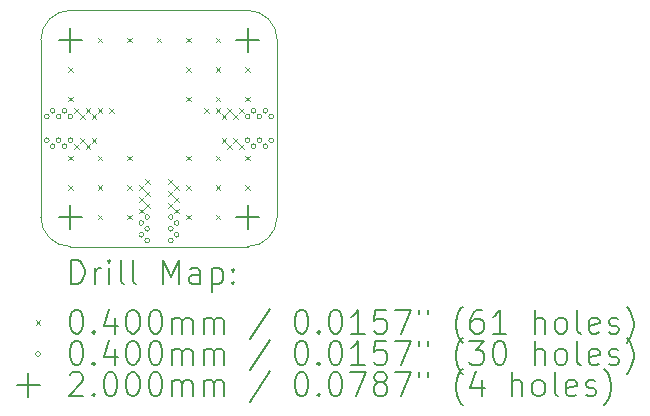
<source format=gbr>
%TF.GenerationSoftware,KiCad,Pcbnew,7.0.5+dfsg-2*%
%TF.CreationDate,2023-08-19T10:49:19+02:00*%
%TF.ProjectId,023-lumped-wilkinson-splitter,3032332d-6c75-46d7-9065-642d77696c6b,1*%
%TF.SameCoordinates,Original*%
%TF.FileFunction,Drillmap*%
%TF.FilePolarity,Positive*%
%FSLAX45Y45*%
G04 Gerber Fmt 4.5, Leading zero omitted, Abs format (unit mm)*
G04 Created by KiCad (PCBNEW 7.0.5+dfsg-2) date 2023-08-19 10:49:19*
%MOMM*%
%LPD*%
G01*
G04 APERTURE LIST*
%ADD10C,0.100000*%
%ADD11C,0.200000*%
%ADD12C,0.040000*%
G04 APERTURE END LIST*
D10*
X13750000Y-8500000D02*
G75*
G03*
X14000000Y-8750000I250000J0D01*
G01*
X15500000Y-8750000D02*
X14000000Y-8750000D01*
X14000000Y-6750000D02*
X15500000Y-6750000D01*
X15750000Y-7000000D02*
X15750000Y-8500000D01*
X13750000Y-8500000D02*
X13750000Y-7000000D01*
X15500000Y-8750000D02*
G75*
G03*
X15750000Y-8500000I0J250000D01*
G01*
X15750000Y-7000000D02*
G75*
G03*
X15500000Y-6750000I-250000J0D01*
G01*
X14000000Y-6750000D02*
G75*
G03*
X13750000Y-7000000I0J-250000D01*
G01*
D11*
D12*
X13980000Y-7230000D02*
X14020000Y-7270000D01*
X14020000Y-7230000D02*
X13980000Y-7270000D01*
X13980000Y-7480000D02*
X14020000Y-7520000D01*
X14020000Y-7480000D02*
X13980000Y-7520000D01*
X13980000Y-7980000D02*
X14020000Y-8020000D01*
X14020000Y-7980000D02*
X13980000Y-8020000D01*
X13980000Y-8230000D02*
X14020000Y-8270000D01*
X14020000Y-8230000D02*
X13980000Y-8270000D01*
X14030000Y-7580000D02*
X14070000Y-7620000D01*
X14070000Y-7580000D02*
X14030000Y-7620000D01*
X14030000Y-7880000D02*
X14070000Y-7920000D01*
X14070000Y-7880000D02*
X14030000Y-7920000D01*
X14080000Y-7630000D02*
X14120000Y-7670000D01*
X14120000Y-7630000D02*
X14080000Y-7670000D01*
X14080000Y-7830000D02*
X14120000Y-7870000D01*
X14120000Y-7830000D02*
X14080000Y-7870000D01*
X14130000Y-7580000D02*
X14170000Y-7620000D01*
X14170000Y-7580000D02*
X14130000Y-7620000D01*
X14130000Y-7880000D02*
X14170000Y-7920000D01*
X14170000Y-7880000D02*
X14130000Y-7920000D01*
X14180000Y-7630000D02*
X14220000Y-7670000D01*
X14220000Y-7630000D02*
X14180000Y-7670000D01*
X14180000Y-7830000D02*
X14220000Y-7870000D01*
X14220000Y-7830000D02*
X14180000Y-7870000D01*
X14230000Y-6980000D02*
X14270000Y-7020000D01*
X14270000Y-6980000D02*
X14230000Y-7020000D01*
X14230000Y-7580000D02*
X14270000Y-7620000D01*
X14270000Y-7580000D02*
X14230000Y-7620000D01*
X14230000Y-7980000D02*
X14270000Y-8020000D01*
X14270000Y-7980000D02*
X14230000Y-8020000D01*
X14230000Y-8230000D02*
X14270000Y-8270000D01*
X14270000Y-8230000D02*
X14230000Y-8270000D01*
X14230000Y-8480000D02*
X14270000Y-8520000D01*
X14270000Y-8480000D02*
X14230000Y-8520000D01*
X14330000Y-7580000D02*
X14370000Y-7620000D01*
X14370000Y-7580000D02*
X14330000Y-7620000D01*
X14480000Y-6980000D02*
X14520000Y-7020000D01*
X14520000Y-6980000D02*
X14480000Y-7020000D01*
X14480000Y-7980000D02*
X14520000Y-8020000D01*
X14520000Y-7980000D02*
X14480000Y-8020000D01*
X14480000Y-8230000D02*
X14520000Y-8270000D01*
X14520000Y-8230000D02*
X14480000Y-8270000D01*
X14480000Y-8480000D02*
X14520000Y-8520000D01*
X14520000Y-8480000D02*
X14480000Y-8520000D01*
X14580000Y-8230000D02*
X14620000Y-8270000D01*
X14620000Y-8230000D02*
X14580000Y-8270000D01*
X14580000Y-8330000D02*
X14620000Y-8370000D01*
X14620000Y-8330000D02*
X14580000Y-8370000D01*
X14580000Y-8430000D02*
X14620000Y-8470000D01*
X14620000Y-8430000D02*
X14580000Y-8470000D01*
X14630000Y-8180000D02*
X14670000Y-8220000D01*
X14670000Y-8180000D02*
X14630000Y-8220000D01*
X14630000Y-8280000D02*
X14670000Y-8320000D01*
X14670000Y-8280000D02*
X14630000Y-8320000D01*
X14630000Y-8380000D02*
X14670000Y-8420000D01*
X14670000Y-8380000D02*
X14630000Y-8420000D01*
X14730000Y-6980000D02*
X14770000Y-7020000D01*
X14770000Y-6980000D02*
X14730000Y-7020000D01*
X14830000Y-8180000D02*
X14870000Y-8220000D01*
X14870000Y-8180000D02*
X14830000Y-8220000D01*
X14830000Y-8280000D02*
X14870000Y-8320000D01*
X14870000Y-8280000D02*
X14830000Y-8320000D01*
X14830000Y-8380000D02*
X14870000Y-8420000D01*
X14870000Y-8380000D02*
X14830000Y-8420000D01*
X14880000Y-8230000D02*
X14920000Y-8270000D01*
X14920000Y-8230000D02*
X14880000Y-8270000D01*
X14880000Y-8330000D02*
X14920000Y-8370000D01*
X14920000Y-8330000D02*
X14880000Y-8370000D01*
X14880000Y-8430000D02*
X14920000Y-8470000D01*
X14920000Y-8430000D02*
X14880000Y-8470000D01*
X14980000Y-6980000D02*
X15020000Y-7020000D01*
X15020000Y-6980000D02*
X14980000Y-7020000D01*
X14980000Y-7230000D02*
X15020000Y-7270000D01*
X15020000Y-7230000D02*
X14980000Y-7270000D01*
X14980000Y-7480000D02*
X15020000Y-7520000D01*
X15020000Y-7480000D02*
X14980000Y-7520000D01*
X14980000Y-7980000D02*
X15020000Y-8020000D01*
X15020000Y-7980000D02*
X14980000Y-8020000D01*
X14980000Y-8230000D02*
X15020000Y-8270000D01*
X15020000Y-8230000D02*
X14980000Y-8270000D01*
X14980000Y-8480000D02*
X15020000Y-8520000D01*
X15020000Y-8480000D02*
X14980000Y-8520000D01*
X15130000Y-7580000D02*
X15170000Y-7620000D01*
X15170000Y-7580000D02*
X15130000Y-7620000D01*
X15230000Y-6980000D02*
X15270000Y-7020000D01*
X15270000Y-6980000D02*
X15230000Y-7020000D01*
X15230000Y-7230000D02*
X15270000Y-7270000D01*
X15270000Y-7230000D02*
X15230000Y-7270000D01*
X15230000Y-7480000D02*
X15270000Y-7520000D01*
X15270000Y-7480000D02*
X15230000Y-7520000D01*
X15230000Y-7580000D02*
X15270000Y-7620000D01*
X15270000Y-7580000D02*
X15230000Y-7620000D01*
X15230000Y-7980000D02*
X15270000Y-8020000D01*
X15270000Y-7980000D02*
X15230000Y-8020000D01*
X15230000Y-8230000D02*
X15270000Y-8270000D01*
X15270000Y-8230000D02*
X15230000Y-8270000D01*
X15230000Y-8480000D02*
X15270000Y-8520000D01*
X15270000Y-8480000D02*
X15230000Y-8520000D01*
X15280000Y-7630000D02*
X15320000Y-7670000D01*
X15320000Y-7630000D02*
X15280000Y-7670000D01*
X15280000Y-7830000D02*
X15320000Y-7870000D01*
X15320000Y-7830000D02*
X15280000Y-7870000D01*
X15330000Y-7580000D02*
X15370000Y-7620000D01*
X15370000Y-7580000D02*
X15330000Y-7620000D01*
X15330000Y-7880000D02*
X15370000Y-7920000D01*
X15370000Y-7880000D02*
X15330000Y-7920000D01*
X15380000Y-7630000D02*
X15420000Y-7670000D01*
X15420000Y-7630000D02*
X15380000Y-7670000D01*
X15380000Y-7830000D02*
X15420000Y-7870000D01*
X15420000Y-7830000D02*
X15380000Y-7870000D01*
X15430000Y-7580000D02*
X15470000Y-7620000D01*
X15470000Y-7580000D02*
X15430000Y-7620000D01*
X15430000Y-7880000D02*
X15470000Y-7920000D01*
X15470000Y-7880000D02*
X15430000Y-7920000D01*
X15480000Y-7230000D02*
X15520000Y-7270000D01*
X15520000Y-7230000D02*
X15480000Y-7270000D01*
X15480000Y-7480000D02*
X15520000Y-7520000D01*
X15520000Y-7480000D02*
X15480000Y-7520000D01*
X15480000Y-7980000D02*
X15520000Y-8020000D01*
X15520000Y-7980000D02*
X15480000Y-8020000D01*
X15480000Y-8230000D02*
X15520000Y-8270000D01*
X15520000Y-8230000D02*
X15480000Y-8270000D01*
X13820000Y-7650000D02*
G75*
G03*
X13820000Y-7650000I-20000J0D01*
G01*
X13820000Y-7850000D02*
G75*
G03*
X13820000Y-7850000I-20000J0D01*
G01*
X13870000Y-7600000D02*
G75*
G03*
X13870000Y-7600000I-20000J0D01*
G01*
X13870000Y-7900000D02*
G75*
G03*
X13870000Y-7900000I-20000J0D01*
G01*
X13920000Y-7650000D02*
G75*
G03*
X13920000Y-7650000I-20000J0D01*
G01*
X13920000Y-7850000D02*
G75*
G03*
X13920000Y-7850000I-20000J0D01*
G01*
X13970000Y-7600000D02*
G75*
G03*
X13970000Y-7600000I-20000J0D01*
G01*
X13970000Y-7900000D02*
G75*
G03*
X13970000Y-7900000I-20000J0D01*
G01*
X14020000Y-7650000D02*
G75*
G03*
X14020000Y-7650000I-20000J0D01*
G01*
X14020000Y-7850000D02*
G75*
G03*
X14020000Y-7850000I-20000J0D01*
G01*
X14620000Y-8550000D02*
G75*
G03*
X14620000Y-8550000I-20000J0D01*
G01*
X14620000Y-8650000D02*
G75*
G03*
X14620000Y-8650000I-20000J0D01*
G01*
X14670000Y-8500000D02*
G75*
G03*
X14670000Y-8500000I-20000J0D01*
G01*
X14670000Y-8600000D02*
G75*
G03*
X14670000Y-8600000I-20000J0D01*
G01*
X14670000Y-8700000D02*
G75*
G03*
X14670000Y-8700000I-20000J0D01*
G01*
X14870000Y-8500000D02*
G75*
G03*
X14870000Y-8500000I-20000J0D01*
G01*
X14870000Y-8600000D02*
G75*
G03*
X14870000Y-8600000I-20000J0D01*
G01*
X14870000Y-8700000D02*
G75*
G03*
X14870000Y-8700000I-20000J0D01*
G01*
X14920000Y-8550000D02*
G75*
G03*
X14920000Y-8550000I-20000J0D01*
G01*
X14920000Y-8650000D02*
G75*
G03*
X14920000Y-8650000I-20000J0D01*
G01*
X15520000Y-7650000D02*
G75*
G03*
X15520000Y-7650000I-20000J0D01*
G01*
X15520000Y-7850000D02*
G75*
G03*
X15520000Y-7850000I-20000J0D01*
G01*
X15570000Y-7600000D02*
G75*
G03*
X15570000Y-7600000I-20000J0D01*
G01*
X15570000Y-7900000D02*
G75*
G03*
X15570000Y-7900000I-20000J0D01*
G01*
X15620000Y-7650000D02*
G75*
G03*
X15620000Y-7650000I-20000J0D01*
G01*
X15620000Y-7850000D02*
G75*
G03*
X15620000Y-7850000I-20000J0D01*
G01*
X15670000Y-7600000D02*
G75*
G03*
X15670000Y-7600000I-20000J0D01*
G01*
X15670000Y-7900000D02*
G75*
G03*
X15670000Y-7900000I-20000J0D01*
G01*
X15720000Y-7650000D02*
G75*
G03*
X15720000Y-7650000I-20000J0D01*
G01*
X15720000Y-7850000D02*
G75*
G03*
X15720000Y-7850000I-20000J0D01*
G01*
D11*
X14000000Y-6900000D02*
X14000000Y-7100000D01*
X13900000Y-7000000D02*
X14100000Y-7000000D01*
X14000000Y-8400000D02*
X14000000Y-8600000D01*
X13900000Y-8500000D02*
X14100000Y-8500000D01*
X15500000Y-6900000D02*
X15500000Y-7100000D01*
X15400000Y-7000000D02*
X15600000Y-7000000D01*
X15500000Y-8400000D02*
X15500000Y-8600000D01*
X15400000Y-8500000D02*
X15600000Y-8500000D01*
X14005777Y-9066484D02*
X14005777Y-8866484D01*
X14005777Y-8866484D02*
X14053396Y-8866484D01*
X14053396Y-8866484D02*
X14081967Y-8876008D01*
X14081967Y-8876008D02*
X14101015Y-8895055D01*
X14101015Y-8895055D02*
X14110539Y-8914103D01*
X14110539Y-8914103D02*
X14120062Y-8952198D01*
X14120062Y-8952198D02*
X14120062Y-8980770D01*
X14120062Y-8980770D02*
X14110539Y-9018865D01*
X14110539Y-9018865D02*
X14101015Y-9037912D01*
X14101015Y-9037912D02*
X14081967Y-9056960D01*
X14081967Y-9056960D02*
X14053396Y-9066484D01*
X14053396Y-9066484D02*
X14005777Y-9066484D01*
X14205777Y-9066484D02*
X14205777Y-8933150D01*
X14205777Y-8971246D02*
X14215301Y-8952198D01*
X14215301Y-8952198D02*
X14224824Y-8942674D01*
X14224824Y-8942674D02*
X14243872Y-8933150D01*
X14243872Y-8933150D02*
X14262920Y-8933150D01*
X14329586Y-9066484D02*
X14329586Y-8933150D01*
X14329586Y-8866484D02*
X14320062Y-8876008D01*
X14320062Y-8876008D02*
X14329586Y-8885531D01*
X14329586Y-8885531D02*
X14339110Y-8876008D01*
X14339110Y-8876008D02*
X14329586Y-8866484D01*
X14329586Y-8866484D02*
X14329586Y-8885531D01*
X14453396Y-9066484D02*
X14434348Y-9056960D01*
X14434348Y-9056960D02*
X14424824Y-9037912D01*
X14424824Y-9037912D02*
X14424824Y-8866484D01*
X14558158Y-9066484D02*
X14539110Y-9056960D01*
X14539110Y-9056960D02*
X14529586Y-9037912D01*
X14529586Y-9037912D02*
X14529586Y-8866484D01*
X14786729Y-9066484D02*
X14786729Y-8866484D01*
X14786729Y-8866484D02*
X14853396Y-9009341D01*
X14853396Y-9009341D02*
X14920062Y-8866484D01*
X14920062Y-8866484D02*
X14920062Y-9066484D01*
X15101015Y-9066484D02*
X15101015Y-8961722D01*
X15101015Y-8961722D02*
X15091491Y-8942674D01*
X15091491Y-8942674D02*
X15072443Y-8933150D01*
X15072443Y-8933150D02*
X15034348Y-8933150D01*
X15034348Y-8933150D02*
X15015301Y-8942674D01*
X15101015Y-9056960D02*
X15081967Y-9066484D01*
X15081967Y-9066484D02*
X15034348Y-9066484D01*
X15034348Y-9066484D02*
X15015301Y-9056960D01*
X15015301Y-9056960D02*
X15005777Y-9037912D01*
X15005777Y-9037912D02*
X15005777Y-9018865D01*
X15005777Y-9018865D02*
X15015301Y-8999817D01*
X15015301Y-8999817D02*
X15034348Y-8990293D01*
X15034348Y-8990293D02*
X15081967Y-8990293D01*
X15081967Y-8990293D02*
X15101015Y-8980770D01*
X15196253Y-8933150D02*
X15196253Y-9133150D01*
X15196253Y-8942674D02*
X15215301Y-8933150D01*
X15215301Y-8933150D02*
X15253396Y-8933150D01*
X15253396Y-8933150D02*
X15272443Y-8942674D01*
X15272443Y-8942674D02*
X15281967Y-8952198D01*
X15281967Y-8952198D02*
X15291491Y-8971246D01*
X15291491Y-8971246D02*
X15291491Y-9028389D01*
X15291491Y-9028389D02*
X15281967Y-9047436D01*
X15281967Y-9047436D02*
X15272443Y-9056960D01*
X15272443Y-9056960D02*
X15253396Y-9066484D01*
X15253396Y-9066484D02*
X15215301Y-9066484D01*
X15215301Y-9066484D02*
X15196253Y-9056960D01*
X15377205Y-9047436D02*
X15386729Y-9056960D01*
X15386729Y-9056960D02*
X15377205Y-9066484D01*
X15377205Y-9066484D02*
X15367682Y-9056960D01*
X15367682Y-9056960D02*
X15377205Y-9047436D01*
X15377205Y-9047436D02*
X15377205Y-9066484D01*
X15377205Y-8942674D02*
X15386729Y-8952198D01*
X15386729Y-8952198D02*
X15377205Y-8961722D01*
X15377205Y-8961722D02*
X15367682Y-8952198D01*
X15367682Y-8952198D02*
X15377205Y-8942674D01*
X15377205Y-8942674D02*
X15377205Y-8961722D01*
D12*
X13705000Y-9375000D02*
X13745000Y-9415000D01*
X13745000Y-9375000D02*
X13705000Y-9415000D01*
D11*
X14043872Y-9286484D02*
X14062920Y-9286484D01*
X14062920Y-9286484D02*
X14081967Y-9296008D01*
X14081967Y-9296008D02*
X14091491Y-9305531D01*
X14091491Y-9305531D02*
X14101015Y-9324579D01*
X14101015Y-9324579D02*
X14110539Y-9362674D01*
X14110539Y-9362674D02*
X14110539Y-9410293D01*
X14110539Y-9410293D02*
X14101015Y-9448389D01*
X14101015Y-9448389D02*
X14091491Y-9467436D01*
X14091491Y-9467436D02*
X14081967Y-9476960D01*
X14081967Y-9476960D02*
X14062920Y-9486484D01*
X14062920Y-9486484D02*
X14043872Y-9486484D01*
X14043872Y-9486484D02*
X14024824Y-9476960D01*
X14024824Y-9476960D02*
X14015301Y-9467436D01*
X14015301Y-9467436D02*
X14005777Y-9448389D01*
X14005777Y-9448389D02*
X13996253Y-9410293D01*
X13996253Y-9410293D02*
X13996253Y-9362674D01*
X13996253Y-9362674D02*
X14005777Y-9324579D01*
X14005777Y-9324579D02*
X14015301Y-9305531D01*
X14015301Y-9305531D02*
X14024824Y-9296008D01*
X14024824Y-9296008D02*
X14043872Y-9286484D01*
X14196253Y-9467436D02*
X14205777Y-9476960D01*
X14205777Y-9476960D02*
X14196253Y-9486484D01*
X14196253Y-9486484D02*
X14186729Y-9476960D01*
X14186729Y-9476960D02*
X14196253Y-9467436D01*
X14196253Y-9467436D02*
X14196253Y-9486484D01*
X14377205Y-9353150D02*
X14377205Y-9486484D01*
X14329586Y-9276960D02*
X14281967Y-9419817D01*
X14281967Y-9419817D02*
X14405777Y-9419817D01*
X14520062Y-9286484D02*
X14539110Y-9286484D01*
X14539110Y-9286484D02*
X14558158Y-9296008D01*
X14558158Y-9296008D02*
X14567682Y-9305531D01*
X14567682Y-9305531D02*
X14577205Y-9324579D01*
X14577205Y-9324579D02*
X14586729Y-9362674D01*
X14586729Y-9362674D02*
X14586729Y-9410293D01*
X14586729Y-9410293D02*
X14577205Y-9448389D01*
X14577205Y-9448389D02*
X14567682Y-9467436D01*
X14567682Y-9467436D02*
X14558158Y-9476960D01*
X14558158Y-9476960D02*
X14539110Y-9486484D01*
X14539110Y-9486484D02*
X14520062Y-9486484D01*
X14520062Y-9486484D02*
X14501015Y-9476960D01*
X14501015Y-9476960D02*
X14491491Y-9467436D01*
X14491491Y-9467436D02*
X14481967Y-9448389D01*
X14481967Y-9448389D02*
X14472443Y-9410293D01*
X14472443Y-9410293D02*
X14472443Y-9362674D01*
X14472443Y-9362674D02*
X14481967Y-9324579D01*
X14481967Y-9324579D02*
X14491491Y-9305531D01*
X14491491Y-9305531D02*
X14501015Y-9296008D01*
X14501015Y-9296008D02*
X14520062Y-9286484D01*
X14710539Y-9286484D02*
X14729586Y-9286484D01*
X14729586Y-9286484D02*
X14748634Y-9296008D01*
X14748634Y-9296008D02*
X14758158Y-9305531D01*
X14758158Y-9305531D02*
X14767682Y-9324579D01*
X14767682Y-9324579D02*
X14777205Y-9362674D01*
X14777205Y-9362674D02*
X14777205Y-9410293D01*
X14777205Y-9410293D02*
X14767682Y-9448389D01*
X14767682Y-9448389D02*
X14758158Y-9467436D01*
X14758158Y-9467436D02*
X14748634Y-9476960D01*
X14748634Y-9476960D02*
X14729586Y-9486484D01*
X14729586Y-9486484D02*
X14710539Y-9486484D01*
X14710539Y-9486484D02*
X14691491Y-9476960D01*
X14691491Y-9476960D02*
X14681967Y-9467436D01*
X14681967Y-9467436D02*
X14672443Y-9448389D01*
X14672443Y-9448389D02*
X14662920Y-9410293D01*
X14662920Y-9410293D02*
X14662920Y-9362674D01*
X14662920Y-9362674D02*
X14672443Y-9324579D01*
X14672443Y-9324579D02*
X14681967Y-9305531D01*
X14681967Y-9305531D02*
X14691491Y-9296008D01*
X14691491Y-9296008D02*
X14710539Y-9286484D01*
X14862920Y-9486484D02*
X14862920Y-9353150D01*
X14862920Y-9372198D02*
X14872443Y-9362674D01*
X14872443Y-9362674D02*
X14891491Y-9353150D01*
X14891491Y-9353150D02*
X14920063Y-9353150D01*
X14920063Y-9353150D02*
X14939110Y-9362674D01*
X14939110Y-9362674D02*
X14948634Y-9381722D01*
X14948634Y-9381722D02*
X14948634Y-9486484D01*
X14948634Y-9381722D02*
X14958158Y-9362674D01*
X14958158Y-9362674D02*
X14977205Y-9353150D01*
X14977205Y-9353150D02*
X15005777Y-9353150D01*
X15005777Y-9353150D02*
X15024824Y-9362674D01*
X15024824Y-9362674D02*
X15034348Y-9381722D01*
X15034348Y-9381722D02*
X15034348Y-9486484D01*
X15129586Y-9486484D02*
X15129586Y-9353150D01*
X15129586Y-9372198D02*
X15139110Y-9362674D01*
X15139110Y-9362674D02*
X15158158Y-9353150D01*
X15158158Y-9353150D02*
X15186729Y-9353150D01*
X15186729Y-9353150D02*
X15205777Y-9362674D01*
X15205777Y-9362674D02*
X15215301Y-9381722D01*
X15215301Y-9381722D02*
X15215301Y-9486484D01*
X15215301Y-9381722D02*
X15224824Y-9362674D01*
X15224824Y-9362674D02*
X15243872Y-9353150D01*
X15243872Y-9353150D02*
X15272443Y-9353150D01*
X15272443Y-9353150D02*
X15291491Y-9362674D01*
X15291491Y-9362674D02*
X15301015Y-9381722D01*
X15301015Y-9381722D02*
X15301015Y-9486484D01*
X15691491Y-9276960D02*
X15520063Y-9534103D01*
X15948634Y-9286484D02*
X15967682Y-9286484D01*
X15967682Y-9286484D02*
X15986729Y-9296008D01*
X15986729Y-9296008D02*
X15996253Y-9305531D01*
X15996253Y-9305531D02*
X16005777Y-9324579D01*
X16005777Y-9324579D02*
X16015301Y-9362674D01*
X16015301Y-9362674D02*
X16015301Y-9410293D01*
X16015301Y-9410293D02*
X16005777Y-9448389D01*
X16005777Y-9448389D02*
X15996253Y-9467436D01*
X15996253Y-9467436D02*
X15986729Y-9476960D01*
X15986729Y-9476960D02*
X15967682Y-9486484D01*
X15967682Y-9486484D02*
X15948634Y-9486484D01*
X15948634Y-9486484D02*
X15929586Y-9476960D01*
X15929586Y-9476960D02*
X15920063Y-9467436D01*
X15920063Y-9467436D02*
X15910539Y-9448389D01*
X15910539Y-9448389D02*
X15901015Y-9410293D01*
X15901015Y-9410293D02*
X15901015Y-9362674D01*
X15901015Y-9362674D02*
X15910539Y-9324579D01*
X15910539Y-9324579D02*
X15920063Y-9305531D01*
X15920063Y-9305531D02*
X15929586Y-9296008D01*
X15929586Y-9296008D02*
X15948634Y-9286484D01*
X16101015Y-9467436D02*
X16110539Y-9476960D01*
X16110539Y-9476960D02*
X16101015Y-9486484D01*
X16101015Y-9486484D02*
X16091491Y-9476960D01*
X16091491Y-9476960D02*
X16101015Y-9467436D01*
X16101015Y-9467436D02*
X16101015Y-9486484D01*
X16234348Y-9286484D02*
X16253396Y-9286484D01*
X16253396Y-9286484D02*
X16272444Y-9296008D01*
X16272444Y-9296008D02*
X16281967Y-9305531D01*
X16281967Y-9305531D02*
X16291491Y-9324579D01*
X16291491Y-9324579D02*
X16301015Y-9362674D01*
X16301015Y-9362674D02*
X16301015Y-9410293D01*
X16301015Y-9410293D02*
X16291491Y-9448389D01*
X16291491Y-9448389D02*
X16281967Y-9467436D01*
X16281967Y-9467436D02*
X16272444Y-9476960D01*
X16272444Y-9476960D02*
X16253396Y-9486484D01*
X16253396Y-9486484D02*
X16234348Y-9486484D01*
X16234348Y-9486484D02*
X16215301Y-9476960D01*
X16215301Y-9476960D02*
X16205777Y-9467436D01*
X16205777Y-9467436D02*
X16196253Y-9448389D01*
X16196253Y-9448389D02*
X16186729Y-9410293D01*
X16186729Y-9410293D02*
X16186729Y-9362674D01*
X16186729Y-9362674D02*
X16196253Y-9324579D01*
X16196253Y-9324579D02*
X16205777Y-9305531D01*
X16205777Y-9305531D02*
X16215301Y-9296008D01*
X16215301Y-9296008D02*
X16234348Y-9286484D01*
X16491491Y-9486484D02*
X16377206Y-9486484D01*
X16434348Y-9486484D02*
X16434348Y-9286484D01*
X16434348Y-9286484D02*
X16415301Y-9315055D01*
X16415301Y-9315055D02*
X16396253Y-9334103D01*
X16396253Y-9334103D02*
X16377206Y-9343627D01*
X16672444Y-9286484D02*
X16577206Y-9286484D01*
X16577206Y-9286484D02*
X16567682Y-9381722D01*
X16567682Y-9381722D02*
X16577206Y-9372198D01*
X16577206Y-9372198D02*
X16596253Y-9362674D01*
X16596253Y-9362674D02*
X16643872Y-9362674D01*
X16643872Y-9362674D02*
X16662920Y-9372198D01*
X16662920Y-9372198D02*
X16672444Y-9381722D01*
X16672444Y-9381722D02*
X16681967Y-9400770D01*
X16681967Y-9400770D02*
X16681967Y-9448389D01*
X16681967Y-9448389D02*
X16672444Y-9467436D01*
X16672444Y-9467436D02*
X16662920Y-9476960D01*
X16662920Y-9476960D02*
X16643872Y-9486484D01*
X16643872Y-9486484D02*
X16596253Y-9486484D01*
X16596253Y-9486484D02*
X16577206Y-9476960D01*
X16577206Y-9476960D02*
X16567682Y-9467436D01*
X16748634Y-9286484D02*
X16881968Y-9286484D01*
X16881968Y-9286484D02*
X16796253Y-9486484D01*
X16948634Y-9286484D02*
X16948634Y-9324579D01*
X17024825Y-9286484D02*
X17024825Y-9324579D01*
X17320063Y-9562674D02*
X17310539Y-9553150D01*
X17310539Y-9553150D02*
X17291491Y-9524579D01*
X17291491Y-9524579D02*
X17281968Y-9505531D01*
X17281968Y-9505531D02*
X17272444Y-9476960D01*
X17272444Y-9476960D02*
X17262920Y-9429341D01*
X17262920Y-9429341D02*
X17262920Y-9391246D01*
X17262920Y-9391246D02*
X17272444Y-9343627D01*
X17272444Y-9343627D02*
X17281968Y-9315055D01*
X17281968Y-9315055D02*
X17291491Y-9296008D01*
X17291491Y-9296008D02*
X17310539Y-9267436D01*
X17310539Y-9267436D02*
X17320063Y-9257912D01*
X17481968Y-9286484D02*
X17443872Y-9286484D01*
X17443872Y-9286484D02*
X17424825Y-9296008D01*
X17424825Y-9296008D02*
X17415301Y-9305531D01*
X17415301Y-9305531D02*
X17396253Y-9334103D01*
X17396253Y-9334103D02*
X17386730Y-9372198D01*
X17386730Y-9372198D02*
X17386730Y-9448389D01*
X17386730Y-9448389D02*
X17396253Y-9467436D01*
X17396253Y-9467436D02*
X17405777Y-9476960D01*
X17405777Y-9476960D02*
X17424825Y-9486484D01*
X17424825Y-9486484D02*
X17462920Y-9486484D01*
X17462920Y-9486484D02*
X17481968Y-9476960D01*
X17481968Y-9476960D02*
X17491491Y-9467436D01*
X17491491Y-9467436D02*
X17501015Y-9448389D01*
X17501015Y-9448389D02*
X17501015Y-9400770D01*
X17501015Y-9400770D02*
X17491491Y-9381722D01*
X17491491Y-9381722D02*
X17481968Y-9372198D01*
X17481968Y-9372198D02*
X17462920Y-9362674D01*
X17462920Y-9362674D02*
X17424825Y-9362674D01*
X17424825Y-9362674D02*
X17405777Y-9372198D01*
X17405777Y-9372198D02*
X17396253Y-9381722D01*
X17396253Y-9381722D02*
X17386730Y-9400770D01*
X17691491Y-9486484D02*
X17577206Y-9486484D01*
X17634349Y-9486484D02*
X17634349Y-9286484D01*
X17634349Y-9286484D02*
X17615301Y-9315055D01*
X17615301Y-9315055D02*
X17596253Y-9334103D01*
X17596253Y-9334103D02*
X17577206Y-9343627D01*
X17929587Y-9486484D02*
X17929587Y-9286484D01*
X18015301Y-9486484D02*
X18015301Y-9381722D01*
X18015301Y-9381722D02*
X18005777Y-9362674D01*
X18005777Y-9362674D02*
X17986730Y-9353150D01*
X17986730Y-9353150D02*
X17958158Y-9353150D01*
X17958158Y-9353150D02*
X17939111Y-9362674D01*
X17939111Y-9362674D02*
X17929587Y-9372198D01*
X18139111Y-9486484D02*
X18120063Y-9476960D01*
X18120063Y-9476960D02*
X18110539Y-9467436D01*
X18110539Y-9467436D02*
X18101015Y-9448389D01*
X18101015Y-9448389D02*
X18101015Y-9391246D01*
X18101015Y-9391246D02*
X18110539Y-9372198D01*
X18110539Y-9372198D02*
X18120063Y-9362674D01*
X18120063Y-9362674D02*
X18139111Y-9353150D01*
X18139111Y-9353150D02*
X18167682Y-9353150D01*
X18167682Y-9353150D02*
X18186730Y-9362674D01*
X18186730Y-9362674D02*
X18196253Y-9372198D01*
X18196253Y-9372198D02*
X18205777Y-9391246D01*
X18205777Y-9391246D02*
X18205777Y-9448389D01*
X18205777Y-9448389D02*
X18196253Y-9467436D01*
X18196253Y-9467436D02*
X18186730Y-9476960D01*
X18186730Y-9476960D02*
X18167682Y-9486484D01*
X18167682Y-9486484D02*
X18139111Y-9486484D01*
X18320063Y-9486484D02*
X18301015Y-9476960D01*
X18301015Y-9476960D02*
X18291492Y-9457912D01*
X18291492Y-9457912D02*
X18291492Y-9286484D01*
X18472444Y-9476960D02*
X18453396Y-9486484D01*
X18453396Y-9486484D02*
X18415301Y-9486484D01*
X18415301Y-9486484D02*
X18396253Y-9476960D01*
X18396253Y-9476960D02*
X18386730Y-9457912D01*
X18386730Y-9457912D02*
X18386730Y-9381722D01*
X18386730Y-9381722D02*
X18396253Y-9362674D01*
X18396253Y-9362674D02*
X18415301Y-9353150D01*
X18415301Y-9353150D02*
X18453396Y-9353150D01*
X18453396Y-9353150D02*
X18472444Y-9362674D01*
X18472444Y-9362674D02*
X18481968Y-9381722D01*
X18481968Y-9381722D02*
X18481968Y-9400770D01*
X18481968Y-9400770D02*
X18386730Y-9419817D01*
X18558158Y-9476960D02*
X18577206Y-9486484D01*
X18577206Y-9486484D02*
X18615301Y-9486484D01*
X18615301Y-9486484D02*
X18634349Y-9476960D01*
X18634349Y-9476960D02*
X18643873Y-9457912D01*
X18643873Y-9457912D02*
X18643873Y-9448389D01*
X18643873Y-9448389D02*
X18634349Y-9429341D01*
X18634349Y-9429341D02*
X18615301Y-9419817D01*
X18615301Y-9419817D02*
X18586730Y-9419817D01*
X18586730Y-9419817D02*
X18567682Y-9410293D01*
X18567682Y-9410293D02*
X18558158Y-9391246D01*
X18558158Y-9391246D02*
X18558158Y-9381722D01*
X18558158Y-9381722D02*
X18567682Y-9362674D01*
X18567682Y-9362674D02*
X18586730Y-9353150D01*
X18586730Y-9353150D02*
X18615301Y-9353150D01*
X18615301Y-9353150D02*
X18634349Y-9362674D01*
X18710539Y-9562674D02*
X18720063Y-9553150D01*
X18720063Y-9553150D02*
X18739111Y-9524579D01*
X18739111Y-9524579D02*
X18748634Y-9505531D01*
X18748634Y-9505531D02*
X18758158Y-9476960D01*
X18758158Y-9476960D02*
X18767682Y-9429341D01*
X18767682Y-9429341D02*
X18767682Y-9391246D01*
X18767682Y-9391246D02*
X18758158Y-9343627D01*
X18758158Y-9343627D02*
X18748634Y-9315055D01*
X18748634Y-9315055D02*
X18739111Y-9296008D01*
X18739111Y-9296008D02*
X18720063Y-9267436D01*
X18720063Y-9267436D02*
X18710539Y-9257912D01*
D12*
X13745000Y-9659000D02*
G75*
G03*
X13745000Y-9659000I-20000J0D01*
G01*
D11*
X14043872Y-9550484D02*
X14062920Y-9550484D01*
X14062920Y-9550484D02*
X14081967Y-9560008D01*
X14081967Y-9560008D02*
X14091491Y-9569531D01*
X14091491Y-9569531D02*
X14101015Y-9588579D01*
X14101015Y-9588579D02*
X14110539Y-9626674D01*
X14110539Y-9626674D02*
X14110539Y-9674293D01*
X14110539Y-9674293D02*
X14101015Y-9712389D01*
X14101015Y-9712389D02*
X14091491Y-9731436D01*
X14091491Y-9731436D02*
X14081967Y-9740960D01*
X14081967Y-9740960D02*
X14062920Y-9750484D01*
X14062920Y-9750484D02*
X14043872Y-9750484D01*
X14043872Y-9750484D02*
X14024824Y-9740960D01*
X14024824Y-9740960D02*
X14015301Y-9731436D01*
X14015301Y-9731436D02*
X14005777Y-9712389D01*
X14005777Y-9712389D02*
X13996253Y-9674293D01*
X13996253Y-9674293D02*
X13996253Y-9626674D01*
X13996253Y-9626674D02*
X14005777Y-9588579D01*
X14005777Y-9588579D02*
X14015301Y-9569531D01*
X14015301Y-9569531D02*
X14024824Y-9560008D01*
X14024824Y-9560008D02*
X14043872Y-9550484D01*
X14196253Y-9731436D02*
X14205777Y-9740960D01*
X14205777Y-9740960D02*
X14196253Y-9750484D01*
X14196253Y-9750484D02*
X14186729Y-9740960D01*
X14186729Y-9740960D02*
X14196253Y-9731436D01*
X14196253Y-9731436D02*
X14196253Y-9750484D01*
X14377205Y-9617150D02*
X14377205Y-9750484D01*
X14329586Y-9540960D02*
X14281967Y-9683817D01*
X14281967Y-9683817D02*
X14405777Y-9683817D01*
X14520062Y-9550484D02*
X14539110Y-9550484D01*
X14539110Y-9550484D02*
X14558158Y-9560008D01*
X14558158Y-9560008D02*
X14567682Y-9569531D01*
X14567682Y-9569531D02*
X14577205Y-9588579D01*
X14577205Y-9588579D02*
X14586729Y-9626674D01*
X14586729Y-9626674D02*
X14586729Y-9674293D01*
X14586729Y-9674293D02*
X14577205Y-9712389D01*
X14577205Y-9712389D02*
X14567682Y-9731436D01*
X14567682Y-9731436D02*
X14558158Y-9740960D01*
X14558158Y-9740960D02*
X14539110Y-9750484D01*
X14539110Y-9750484D02*
X14520062Y-9750484D01*
X14520062Y-9750484D02*
X14501015Y-9740960D01*
X14501015Y-9740960D02*
X14491491Y-9731436D01*
X14491491Y-9731436D02*
X14481967Y-9712389D01*
X14481967Y-9712389D02*
X14472443Y-9674293D01*
X14472443Y-9674293D02*
X14472443Y-9626674D01*
X14472443Y-9626674D02*
X14481967Y-9588579D01*
X14481967Y-9588579D02*
X14491491Y-9569531D01*
X14491491Y-9569531D02*
X14501015Y-9560008D01*
X14501015Y-9560008D02*
X14520062Y-9550484D01*
X14710539Y-9550484D02*
X14729586Y-9550484D01*
X14729586Y-9550484D02*
X14748634Y-9560008D01*
X14748634Y-9560008D02*
X14758158Y-9569531D01*
X14758158Y-9569531D02*
X14767682Y-9588579D01*
X14767682Y-9588579D02*
X14777205Y-9626674D01*
X14777205Y-9626674D02*
X14777205Y-9674293D01*
X14777205Y-9674293D02*
X14767682Y-9712389D01*
X14767682Y-9712389D02*
X14758158Y-9731436D01*
X14758158Y-9731436D02*
X14748634Y-9740960D01*
X14748634Y-9740960D02*
X14729586Y-9750484D01*
X14729586Y-9750484D02*
X14710539Y-9750484D01*
X14710539Y-9750484D02*
X14691491Y-9740960D01*
X14691491Y-9740960D02*
X14681967Y-9731436D01*
X14681967Y-9731436D02*
X14672443Y-9712389D01*
X14672443Y-9712389D02*
X14662920Y-9674293D01*
X14662920Y-9674293D02*
X14662920Y-9626674D01*
X14662920Y-9626674D02*
X14672443Y-9588579D01*
X14672443Y-9588579D02*
X14681967Y-9569531D01*
X14681967Y-9569531D02*
X14691491Y-9560008D01*
X14691491Y-9560008D02*
X14710539Y-9550484D01*
X14862920Y-9750484D02*
X14862920Y-9617150D01*
X14862920Y-9636198D02*
X14872443Y-9626674D01*
X14872443Y-9626674D02*
X14891491Y-9617150D01*
X14891491Y-9617150D02*
X14920063Y-9617150D01*
X14920063Y-9617150D02*
X14939110Y-9626674D01*
X14939110Y-9626674D02*
X14948634Y-9645722D01*
X14948634Y-9645722D02*
X14948634Y-9750484D01*
X14948634Y-9645722D02*
X14958158Y-9626674D01*
X14958158Y-9626674D02*
X14977205Y-9617150D01*
X14977205Y-9617150D02*
X15005777Y-9617150D01*
X15005777Y-9617150D02*
X15024824Y-9626674D01*
X15024824Y-9626674D02*
X15034348Y-9645722D01*
X15034348Y-9645722D02*
X15034348Y-9750484D01*
X15129586Y-9750484D02*
X15129586Y-9617150D01*
X15129586Y-9636198D02*
X15139110Y-9626674D01*
X15139110Y-9626674D02*
X15158158Y-9617150D01*
X15158158Y-9617150D02*
X15186729Y-9617150D01*
X15186729Y-9617150D02*
X15205777Y-9626674D01*
X15205777Y-9626674D02*
X15215301Y-9645722D01*
X15215301Y-9645722D02*
X15215301Y-9750484D01*
X15215301Y-9645722D02*
X15224824Y-9626674D01*
X15224824Y-9626674D02*
X15243872Y-9617150D01*
X15243872Y-9617150D02*
X15272443Y-9617150D01*
X15272443Y-9617150D02*
X15291491Y-9626674D01*
X15291491Y-9626674D02*
X15301015Y-9645722D01*
X15301015Y-9645722D02*
X15301015Y-9750484D01*
X15691491Y-9540960D02*
X15520063Y-9798103D01*
X15948634Y-9550484D02*
X15967682Y-9550484D01*
X15967682Y-9550484D02*
X15986729Y-9560008D01*
X15986729Y-9560008D02*
X15996253Y-9569531D01*
X15996253Y-9569531D02*
X16005777Y-9588579D01*
X16005777Y-9588579D02*
X16015301Y-9626674D01*
X16015301Y-9626674D02*
X16015301Y-9674293D01*
X16015301Y-9674293D02*
X16005777Y-9712389D01*
X16005777Y-9712389D02*
X15996253Y-9731436D01*
X15996253Y-9731436D02*
X15986729Y-9740960D01*
X15986729Y-9740960D02*
X15967682Y-9750484D01*
X15967682Y-9750484D02*
X15948634Y-9750484D01*
X15948634Y-9750484D02*
X15929586Y-9740960D01*
X15929586Y-9740960D02*
X15920063Y-9731436D01*
X15920063Y-9731436D02*
X15910539Y-9712389D01*
X15910539Y-9712389D02*
X15901015Y-9674293D01*
X15901015Y-9674293D02*
X15901015Y-9626674D01*
X15901015Y-9626674D02*
X15910539Y-9588579D01*
X15910539Y-9588579D02*
X15920063Y-9569531D01*
X15920063Y-9569531D02*
X15929586Y-9560008D01*
X15929586Y-9560008D02*
X15948634Y-9550484D01*
X16101015Y-9731436D02*
X16110539Y-9740960D01*
X16110539Y-9740960D02*
X16101015Y-9750484D01*
X16101015Y-9750484D02*
X16091491Y-9740960D01*
X16091491Y-9740960D02*
X16101015Y-9731436D01*
X16101015Y-9731436D02*
X16101015Y-9750484D01*
X16234348Y-9550484D02*
X16253396Y-9550484D01*
X16253396Y-9550484D02*
X16272444Y-9560008D01*
X16272444Y-9560008D02*
X16281967Y-9569531D01*
X16281967Y-9569531D02*
X16291491Y-9588579D01*
X16291491Y-9588579D02*
X16301015Y-9626674D01*
X16301015Y-9626674D02*
X16301015Y-9674293D01*
X16301015Y-9674293D02*
X16291491Y-9712389D01*
X16291491Y-9712389D02*
X16281967Y-9731436D01*
X16281967Y-9731436D02*
X16272444Y-9740960D01*
X16272444Y-9740960D02*
X16253396Y-9750484D01*
X16253396Y-9750484D02*
X16234348Y-9750484D01*
X16234348Y-9750484D02*
X16215301Y-9740960D01*
X16215301Y-9740960D02*
X16205777Y-9731436D01*
X16205777Y-9731436D02*
X16196253Y-9712389D01*
X16196253Y-9712389D02*
X16186729Y-9674293D01*
X16186729Y-9674293D02*
X16186729Y-9626674D01*
X16186729Y-9626674D02*
X16196253Y-9588579D01*
X16196253Y-9588579D02*
X16205777Y-9569531D01*
X16205777Y-9569531D02*
X16215301Y-9560008D01*
X16215301Y-9560008D02*
X16234348Y-9550484D01*
X16491491Y-9750484D02*
X16377206Y-9750484D01*
X16434348Y-9750484D02*
X16434348Y-9550484D01*
X16434348Y-9550484D02*
X16415301Y-9579055D01*
X16415301Y-9579055D02*
X16396253Y-9598103D01*
X16396253Y-9598103D02*
X16377206Y-9607627D01*
X16672444Y-9550484D02*
X16577206Y-9550484D01*
X16577206Y-9550484D02*
X16567682Y-9645722D01*
X16567682Y-9645722D02*
X16577206Y-9636198D01*
X16577206Y-9636198D02*
X16596253Y-9626674D01*
X16596253Y-9626674D02*
X16643872Y-9626674D01*
X16643872Y-9626674D02*
X16662920Y-9636198D01*
X16662920Y-9636198D02*
X16672444Y-9645722D01*
X16672444Y-9645722D02*
X16681967Y-9664770D01*
X16681967Y-9664770D02*
X16681967Y-9712389D01*
X16681967Y-9712389D02*
X16672444Y-9731436D01*
X16672444Y-9731436D02*
X16662920Y-9740960D01*
X16662920Y-9740960D02*
X16643872Y-9750484D01*
X16643872Y-9750484D02*
X16596253Y-9750484D01*
X16596253Y-9750484D02*
X16577206Y-9740960D01*
X16577206Y-9740960D02*
X16567682Y-9731436D01*
X16748634Y-9550484D02*
X16881968Y-9550484D01*
X16881968Y-9550484D02*
X16796253Y-9750484D01*
X16948634Y-9550484D02*
X16948634Y-9588579D01*
X17024825Y-9550484D02*
X17024825Y-9588579D01*
X17320063Y-9826674D02*
X17310539Y-9817150D01*
X17310539Y-9817150D02*
X17291491Y-9788579D01*
X17291491Y-9788579D02*
X17281968Y-9769531D01*
X17281968Y-9769531D02*
X17272444Y-9740960D01*
X17272444Y-9740960D02*
X17262920Y-9693341D01*
X17262920Y-9693341D02*
X17262920Y-9655246D01*
X17262920Y-9655246D02*
X17272444Y-9607627D01*
X17272444Y-9607627D02*
X17281968Y-9579055D01*
X17281968Y-9579055D02*
X17291491Y-9560008D01*
X17291491Y-9560008D02*
X17310539Y-9531436D01*
X17310539Y-9531436D02*
X17320063Y-9521912D01*
X17377206Y-9550484D02*
X17501015Y-9550484D01*
X17501015Y-9550484D02*
X17434349Y-9626674D01*
X17434349Y-9626674D02*
X17462920Y-9626674D01*
X17462920Y-9626674D02*
X17481968Y-9636198D01*
X17481968Y-9636198D02*
X17491491Y-9645722D01*
X17491491Y-9645722D02*
X17501015Y-9664770D01*
X17501015Y-9664770D02*
X17501015Y-9712389D01*
X17501015Y-9712389D02*
X17491491Y-9731436D01*
X17491491Y-9731436D02*
X17481968Y-9740960D01*
X17481968Y-9740960D02*
X17462920Y-9750484D01*
X17462920Y-9750484D02*
X17405777Y-9750484D01*
X17405777Y-9750484D02*
X17386730Y-9740960D01*
X17386730Y-9740960D02*
X17377206Y-9731436D01*
X17624825Y-9550484D02*
X17643872Y-9550484D01*
X17643872Y-9550484D02*
X17662920Y-9560008D01*
X17662920Y-9560008D02*
X17672444Y-9569531D01*
X17672444Y-9569531D02*
X17681968Y-9588579D01*
X17681968Y-9588579D02*
X17691491Y-9626674D01*
X17691491Y-9626674D02*
X17691491Y-9674293D01*
X17691491Y-9674293D02*
X17681968Y-9712389D01*
X17681968Y-9712389D02*
X17672444Y-9731436D01*
X17672444Y-9731436D02*
X17662920Y-9740960D01*
X17662920Y-9740960D02*
X17643872Y-9750484D01*
X17643872Y-9750484D02*
X17624825Y-9750484D01*
X17624825Y-9750484D02*
X17605777Y-9740960D01*
X17605777Y-9740960D02*
X17596253Y-9731436D01*
X17596253Y-9731436D02*
X17586730Y-9712389D01*
X17586730Y-9712389D02*
X17577206Y-9674293D01*
X17577206Y-9674293D02*
X17577206Y-9626674D01*
X17577206Y-9626674D02*
X17586730Y-9588579D01*
X17586730Y-9588579D02*
X17596253Y-9569531D01*
X17596253Y-9569531D02*
X17605777Y-9560008D01*
X17605777Y-9560008D02*
X17624825Y-9550484D01*
X17929587Y-9750484D02*
X17929587Y-9550484D01*
X18015301Y-9750484D02*
X18015301Y-9645722D01*
X18015301Y-9645722D02*
X18005777Y-9626674D01*
X18005777Y-9626674D02*
X17986730Y-9617150D01*
X17986730Y-9617150D02*
X17958158Y-9617150D01*
X17958158Y-9617150D02*
X17939111Y-9626674D01*
X17939111Y-9626674D02*
X17929587Y-9636198D01*
X18139111Y-9750484D02*
X18120063Y-9740960D01*
X18120063Y-9740960D02*
X18110539Y-9731436D01*
X18110539Y-9731436D02*
X18101015Y-9712389D01*
X18101015Y-9712389D02*
X18101015Y-9655246D01*
X18101015Y-9655246D02*
X18110539Y-9636198D01*
X18110539Y-9636198D02*
X18120063Y-9626674D01*
X18120063Y-9626674D02*
X18139111Y-9617150D01*
X18139111Y-9617150D02*
X18167682Y-9617150D01*
X18167682Y-9617150D02*
X18186730Y-9626674D01*
X18186730Y-9626674D02*
X18196253Y-9636198D01*
X18196253Y-9636198D02*
X18205777Y-9655246D01*
X18205777Y-9655246D02*
X18205777Y-9712389D01*
X18205777Y-9712389D02*
X18196253Y-9731436D01*
X18196253Y-9731436D02*
X18186730Y-9740960D01*
X18186730Y-9740960D02*
X18167682Y-9750484D01*
X18167682Y-9750484D02*
X18139111Y-9750484D01*
X18320063Y-9750484D02*
X18301015Y-9740960D01*
X18301015Y-9740960D02*
X18291492Y-9721912D01*
X18291492Y-9721912D02*
X18291492Y-9550484D01*
X18472444Y-9740960D02*
X18453396Y-9750484D01*
X18453396Y-9750484D02*
X18415301Y-9750484D01*
X18415301Y-9750484D02*
X18396253Y-9740960D01*
X18396253Y-9740960D02*
X18386730Y-9721912D01*
X18386730Y-9721912D02*
X18386730Y-9645722D01*
X18386730Y-9645722D02*
X18396253Y-9626674D01*
X18396253Y-9626674D02*
X18415301Y-9617150D01*
X18415301Y-9617150D02*
X18453396Y-9617150D01*
X18453396Y-9617150D02*
X18472444Y-9626674D01*
X18472444Y-9626674D02*
X18481968Y-9645722D01*
X18481968Y-9645722D02*
X18481968Y-9664770D01*
X18481968Y-9664770D02*
X18386730Y-9683817D01*
X18558158Y-9740960D02*
X18577206Y-9750484D01*
X18577206Y-9750484D02*
X18615301Y-9750484D01*
X18615301Y-9750484D02*
X18634349Y-9740960D01*
X18634349Y-9740960D02*
X18643873Y-9721912D01*
X18643873Y-9721912D02*
X18643873Y-9712389D01*
X18643873Y-9712389D02*
X18634349Y-9693341D01*
X18634349Y-9693341D02*
X18615301Y-9683817D01*
X18615301Y-9683817D02*
X18586730Y-9683817D01*
X18586730Y-9683817D02*
X18567682Y-9674293D01*
X18567682Y-9674293D02*
X18558158Y-9655246D01*
X18558158Y-9655246D02*
X18558158Y-9645722D01*
X18558158Y-9645722D02*
X18567682Y-9626674D01*
X18567682Y-9626674D02*
X18586730Y-9617150D01*
X18586730Y-9617150D02*
X18615301Y-9617150D01*
X18615301Y-9617150D02*
X18634349Y-9626674D01*
X18710539Y-9826674D02*
X18720063Y-9817150D01*
X18720063Y-9817150D02*
X18739111Y-9788579D01*
X18739111Y-9788579D02*
X18748634Y-9769531D01*
X18748634Y-9769531D02*
X18758158Y-9740960D01*
X18758158Y-9740960D02*
X18767682Y-9693341D01*
X18767682Y-9693341D02*
X18767682Y-9655246D01*
X18767682Y-9655246D02*
X18758158Y-9607627D01*
X18758158Y-9607627D02*
X18748634Y-9579055D01*
X18748634Y-9579055D02*
X18739111Y-9560008D01*
X18739111Y-9560008D02*
X18720063Y-9531436D01*
X18720063Y-9531436D02*
X18710539Y-9521912D01*
X13645000Y-9823000D02*
X13645000Y-10023000D01*
X13545000Y-9923000D02*
X13745000Y-9923000D01*
X13996253Y-9833531D02*
X14005777Y-9824008D01*
X14005777Y-9824008D02*
X14024824Y-9814484D01*
X14024824Y-9814484D02*
X14072443Y-9814484D01*
X14072443Y-9814484D02*
X14091491Y-9824008D01*
X14091491Y-9824008D02*
X14101015Y-9833531D01*
X14101015Y-9833531D02*
X14110539Y-9852579D01*
X14110539Y-9852579D02*
X14110539Y-9871627D01*
X14110539Y-9871627D02*
X14101015Y-9900198D01*
X14101015Y-9900198D02*
X13986729Y-10014484D01*
X13986729Y-10014484D02*
X14110539Y-10014484D01*
X14196253Y-9995436D02*
X14205777Y-10004960D01*
X14205777Y-10004960D02*
X14196253Y-10014484D01*
X14196253Y-10014484D02*
X14186729Y-10004960D01*
X14186729Y-10004960D02*
X14196253Y-9995436D01*
X14196253Y-9995436D02*
X14196253Y-10014484D01*
X14329586Y-9814484D02*
X14348634Y-9814484D01*
X14348634Y-9814484D02*
X14367682Y-9824008D01*
X14367682Y-9824008D02*
X14377205Y-9833531D01*
X14377205Y-9833531D02*
X14386729Y-9852579D01*
X14386729Y-9852579D02*
X14396253Y-9890674D01*
X14396253Y-9890674D02*
X14396253Y-9938293D01*
X14396253Y-9938293D02*
X14386729Y-9976389D01*
X14386729Y-9976389D02*
X14377205Y-9995436D01*
X14377205Y-9995436D02*
X14367682Y-10004960D01*
X14367682Y-10004960D02*
X14348634Y-10014484D01*
X14348634Y-10014484D02*
X14329586Y-10014484D01*
X14329586Y-10014484D02*
X14310539Y-10004960D01*
X14310539Y-10004960D02*
X14301015Y-9995436D01*
X14301015Y-9995436D02*
X14291491Y-9976389D01*
X14291491Y-9976389D02*
X14281967Y-9938293D01*
X14281967Y-9938293D02*
X14281967Y-9890674D01*
X14281967Y-9890674D02*
X14291491Y-9852579D01*
X14291491Y-9852579D02*
X14301015Y-9833531D01*
X14301015Y-9833531D02*
X14310539Y-9824008D01*
X14310539Y-9824008D02*
X14329586Y-9814484D01*
X14520062Y-9814484D02*
X14539110Y-9814484D01*
X14539110Y-9814484D02*
X14558158Y-9824008D01*
X14558158Y-9824008D02*
X14567682Y-9833531D01*
X14567682Y-9833531D02*
X14577205Y-9852579D01*
X14577205Y-9852579D02*
X14586729Y-9890674D01*
X14586729Y-9890674D02*
X14586729Y-9938293D01*
X14586729Y-9938293D02*
X14577205Y-9976389D01*
X14577205Y-9976389D02*
X14567682Y-9995436D01*
X14567682Y-9995436D02*
X14558158Y-10004960D01*
X14558158Y-10004960D02*
X14539110Y-10014484D01*
X14539110Y-10014484D02*
X14520062Y-10014484D01*
X14520062Y-10014484D02*
X14501015Y-10004960D01*
X14501015Y-10004960D02*
X14491491Y-9995436D01*
X14491491Y-9995436D02*
X14481967Y-9976389D01*
X14481967Y-9976389D02*
X14472443Y-9938293D01*
X14472443Y-9938293D02*
X14472443Y-9890674D01*
X14472443Y-9890674D02*
X14481967Y-9852579D01*
X14481967Y-9852579D02*
X14491491Y-9833531D01*
X14491491Y-9833531D02*
X14501015Y-9824008D01*
X14501015Y-9824008D02*
X14520062Y-9814484D01*
X14710539Y-9814484D02*
X14729586Y-9814484D01*
X14729586Y-9814484D02*
X14748634Y-9824008D01*
X14748634Y-9824008D02*
X14758158Y-9833531D01*
X14758158Y-9833531D02*
X14767682Y-9852579D01*
X14767682Y-9852579D02*
X14777205Y-9890674D01*
X14777205Y-9890674D02*
X14777205Y-9938293D01*
X14777205Y-9938293D02*
X14767682Y-9976389D01*
X14767682Y-9976389D02*
X14758158Y-9995436D01*
X14758158Y-9995436D02*
X14748634Y-10004960D01*
X14748634Y-10004960D02*
X14729586Y-10014484D01*
X14729586Y-10014484D02*
X14710539Y-10014484D01*
X14710539Y-10014484D02*
X14691491Y-10004960D01*
X14691491Y-10004960D02*
X14681967Y-9995436D01*
X14681967Y-9995436D02*
X14672443Y-9976389D01*
X14672443Y-9976389D02*
X14662920Y-9938293D01*
X14662920Y-9938293D02*
X14662920Y-9890674D01*
X14662920Y-9890674D02*
X14672443Y-9852579D01*
X14672443Y-9852579D02*
X14681967Y-9833531D01*
X14681967Y-9833531D02*
X14691491Y-9824008D01*
X14691491Y-9824008D02*
X14710539Y-9814484D01*
X14862920Y-10014484D02*
X14862920Y-9881150D01*
X14862920Y-9900198D02*
X14872443Y-9890674D01*
X14872443Y-9890674D02*
X14891491Y-9881150D01*
X14891491Y-9881150D02*
X14920063Y-9881150D01*
X14920063Y-9881150D02*
X14939110Y-9890674D01*
X14939110Y-9890674D02*
X14948634Y-9909722D01*
X14948634Y-9909722D02*
X14948634Y-10014484D01*
X14948634Y-9909722D02*
X14958158Y-9890674D01*
X14958158Y-9890674D02*
X14977205Y-9881150D01*
X14977205Y-9881150D02*
X15005777Y-9881150D01*
X15005777Y-9881150D02*
X15024824Y-9890674D01*
X15024824Y-9890674D02*
X15034348Y-9909722D01*
X15034348Y-9909722D02*
X15034348Y-10014484D01*
X15129586Y-10014484D02*
X15129586Y-9881150D01*
X15129586Y-9900198D02*
X15139110Y-9890674D01*
X15139110Y-9890674D02*
X15158158Y-9881150D01*
X15158158Y-9881150D02*
X15186729Y-9881150D01*
X15186729Y-9881150D02*
X15205777Y-9890674D01*
X15205777Y-9890674D02*
X15215301Y-9909722D01*
X15215301Y-9909722D02*
X15215301Y-10014484D01*
X15215301Y-9909722D02*
X15224824Y-9890674D01*
X15224824Y-9890674D02*
X15243872Y-9881150D01*
X15243872Y-9881150D02*
X15272443Y-9881150D01*
X15272443Y-9881150D02*
X15291491Y-9890674D01*
X15291491Y-9890674D02*
X15301015Y-9909722D01*
X15301015Y-9909722D02*
X15301015Y-10014484D01*
X15691491Y-9804960D02*
X15520063Y-10062103D01*
X15948634Y-9814484D02*
X15967682Y-9814484D01*
X15967682Y-9814484D02*
X15986729Y-9824008D01*
X15986729Y-9824008D02*
X15996253Y-9833531D01*
X15996253Y-9833531D02*
X16005777Y-9852579D01*
X16005777Y-9852579D02*
X16015301Y-9890674D01*
X16015301Y-9890674D02*
X16015301Y-9938293D01*
X16015301Y-9938293D02*
X16005777Y-9976389D01*
X16005777Y-9976389D02*
X15996253Y-9995436D01*
X15996253Y-9995436D02*
X15986729Y-10004960D01*
X15986729Y-10004960D02*
X15967682Y-10014484D01*
X15967682Y-10014484D02*
X15948634Y-10014484D01*
X15948634Y-10014484D02*
X15929586Y-10004960D01*
X15929586Y-10004960D02*
X15920063Y-9995436D01*
X15920063Y-9995436D02*
X15910539Y-9976389D01*
X15910539Y-9976389D02*
X15901015Y-9938293D01*
X15901015Y-9938293D02*
X15901015Y-9890674D01*
X15901015Y-9890674D02*
X15910539Y-9852579D01*
X15910539Y-9852579D02*
X15920063Y-9833531D01*
X15920063Y-9833531D02*
X15929586Y-9824008D01*
X15929586Y-9824008D02*
X15948634Y-9814484D01*
X16101015Y-9995436D02*
X16110539Y-10004960D01*
X16110539Y-10004960D02*
X16101015Y-10014484D01*
X16101015Y-10014484D02*
X16091491Y-10004960D01*
X16091491Y-10004960D02*
X16101015Y-9995436D01*
X16101015Y-9995436D02*
X16101015Y-10014484D01*
X16234348Y-9814484D02*
X16253396Y-9814484D01*
X16253396Y-9814484D02*
X16272444Y-9824008D01*
X16272444Y-9824008D02*
X16281967Y-9833531D01*
X16281967Y-9833531D02*
X16291491Y-9852579D01*
X16291491Y-9852579D02*
X16301015Y-9890674D01*
X16301015Y-9890674D02*
X16301015Y-9938293D01*
X16301015Y-9938293D02*
X16291491Y-9976389D01*
X16291491Y-9976389D02*
X16281967Y-9995436D01*
X16281967Y-9995436D02*
X16272444Y-10004960D01*
X16272444Y-10004960D02*
X16253396Y-10014484D01*
X16253396Y-10014484D02*
X16234348Y-10014484D01*
X16234348Y-10014484D02*
X16215301Y-10004960D01*
X16215301Y-10004960D02*
X16205777Y-9995436D01*
X16205777Y-9995436D02*
X16196253Y-9976389D01*
X16196253Y-9976389D02*
X16186729Y-9938293D01*
X16186729Y-9938293D02*
X16186729Y-9890674D01*
X16186729Y-9890674D02*
X16196253Y-9852579D01*
X16196253Y-9852579D02*
X16205777Y-9833531D01*
X16205777Y-9833531D02*
X16215301Y-9824008D01*
X16215301Y-9824008D02*
X16234348Y-9814484D01*
X16367682Y-9814484D02*
X16501015Y-9814484D01*
X16501015Y-9814484D02*
X16415301Y-10014484D01*
X16605777Y-9900198D02*
X16586729Y-9890674D01*
X16586729Y-9890674D02*
X16577206Y-9881150D01*
X16577206Y-9881150D02*
X16567682Y-9862103D01*
X16567682Y-9862103D02*
X16567682Y-9852579D01*
X16567682Y-9852579D02*
X16577206Y-9833531D01*
X16577206Y-9833531D02*
X16586729Y-9824008D01*
X16586729Y-9824008D02*
X16605777Y-9814484D01*
X16605777Y-9814484D02*
X16643872Y-9814484D01*
X16643872Y-9814484D02*
X16662920Y-9824008D01*
X16662920Y-9824008D02*
X16672444Y-9833531D01*
X16672444Y-9833531D02*
X16681967Y-9852579D01*
X16681967Y-9852579D02*
X16681967Y-9862103D01*
X16681967Y-9862103D02*
X16672444Y-9881150D01*
X16672444Y-9881150D02*
X16662920Y-9890674D01*
X16662920Y-9890674D02*
X16643872Y-9900198D01*
X16643872Y-9900198D02*
X16605777Y-9900198D01*
X16605777Y-9900198D02*
X16586729Y-9909722D01*
X16586729Y-9909722D02*
X16577206Y-9919246D01*
X16577206Y-9919246D02*
X16567682Y-9938293D01*
X16567682Y-9938293D02*
X16567682Y-9976389D01*
X16567682Y-9976389D02*
X16577206Y-9995436D01*
X16577206Y-9995436D02*
X16586729Y-10004960D01*
X16586729Y-10004960D02*
X16605777Y-10014484D01*
X16605777Y-10014484D02*
X16643872Y-10014484D01*
X16643872Y-10014484D02*
X16662920Y-10004960D01*
X16662920Y-10004960D02*
X16672444Y-9995436D01*
X16672444Y-9995436D02*
X16681967Y-9976389D01*
X16681967Y-9976389D02*
X16681967Y-9938293D01*
X16681967Y-9938293D02*
X16672444Y-9919246D01*
X16672444Y-9919246D02*
X16662920Y-9909722D01*
X16662920Y-9909722D02*
X16643872Y-9900198D01*
X16748634Y-9814484D02*
X16881968Y-9814484D01*
X16881968Y-9814484D02*
X16796253Y-10014484D01*
X16948634Y-9814484D02*
X16948634Y-9852579D01*
X17024825Y-9814484D02*
X17024825Y-9852579D01*
X17320063Y-10090674D02*
X17310539Y-10081150D01*
X17310539Y-10081150D02*
X17291491Y-10052579D01*
X17291491Y-10052579D02*
X17281968Y-10033531D01*
X17281968Y-10033531D02*
X17272444Y-10004960D01*
X17272444Y-10004960D02*
X17262920Y-9957341D01*
X17262920Y-9957341D02*
X17262920Y-9919246D01*
X17262920Y-9919246D02*
X17272444Y-9871627D01*
X17272444Y-9871627D02*
X17281968Y-9843055D01*
X17281968Y-9843055D02*
X17291491Y-9824008D01*
X17291491Y-9824008D02*
X17310539Y-9795436D01*
X17310539Y-9795436D02*
X17320063Y-9785912D01*
X17481968Y-9881150D02*
X17481968Y-10014484D01*
X17434349Y-9804960D02*
X17386730Y-9947817D01*
X17386730Y-9947817D02*
X17510539Y-9947817D01*
X17739111Y-10014484D02*
X17739111Y-9814484D01*
X17824825Y-10014484D02*
X17824825Y-9909722D01*
X17824825Y-9909722D02*
X17815301Y-9890674D01*
X17815301Y-9890674D02*
X17796253Y-9881150D01*
X17796253Y-9881150D02*
X17767682Y-9881150D01*
X17767682Y-9881150D02*
X17748634Y-9890674D01*
X17748634Y-9890674D02*
X17739111Y-9900198D01*
X17948634Y-10014484D02*
X17929587Y-10004960D01*
X17929587Y-10004960D02*
X17920063Y-9995436D01*
X17920063Y-9995436D02*
X17910539Y-9976389D01*
X17910539Y-9976389D02*
X17910539Y-9919246D01*
X17910539Y-9919246D02*
X17920063Y-9900198D01*
X17920063Y-9900198D02*
X17929587Y-9890674D01*
X17929587Y-9890674D02*
X17948634Y-9881150D01*
X17948634Y-9881150D02*
X17977206Y-9881150D01*
X17977206Y-9881150D02*
X17996253Y-9890674D01*
X17996253Y-9890674D02*
X18005777Y-9900198D01*
X18005777Y-9900198D02*
X18015301Y-9919246D01*
X18015301Y-9919246D02*
X18015301Y-9976389D01*
X18015301Y-9976389D02*
X18005777Y-9995436D01*
X18005777Y-9995436D02*
X17996253Y-10004960D01*
X17996253Y-10004960D02*
X17977206Y-10014484D01*
X17977206Y-10014484D02*
X17948634Y-10014484D01*
X18129587Y-10014484D02*
X18110539Y-10004960D01*
X18110539Y-10004960D02*
X18101015Y-9985912D01*
X18101015Y-9985912D02*
X18101015Y-9814484D01*
X18281968Y-10004960D02*
X18262920Y-10014484D01*
X18262920Y-10014484D02*
X18224825Y-10014484D01*
X18224825Y-10014484D02*
X18205777Y-10004960D01*
X18205777Y-10004960D02*
X18196253Y-9985912D01*
X18196253Y-9985912D02*
X18196253Y-9909722D01*
X18196253Y-9909722D02*
X18205777Y-9890674D01*
X18205777Y-9890674D02*
X18224825Y-9881150D01*
X18224825Y-9881150D02*
X18262920Y-9881150D01*
X18262920Y-9881150D02*
X18281968Y-9890674D01*
X18281968Y-9890674D02*
X18291492Y-9909722D01*
X18291492Y-9909722D02*
X18291492Y-9928770D01*
X18291492Y-9928770D02*
X18196253Y-9947817D01*
X18367682Y-10004960D02*
X18386730Y-10014484D01*
X18386730Y-10014484D02*
X18424825Y-10014484D01*
X18424825Y-10014484D02*
X18443873Y-10004960D01*
X18443873Y-10004960D02*
X18453396Y-9985912D01*
X18453396Y-9985912D02*
X18453396Y-9976389D01*
X18453396Y-9976389D02*
X18443873Y-9957341D01*
X18443873Y-9957341D02*
X18424825Y-9947817D01*
X18424825Y-9947817D02*
X18396253Y-9947817D01*
X18396253Y-9947817D02*
X18377206Y-9938293D01*
X18377206Y-9938293D02*
X18367682Y-9919246D01*
X18367682Y-9919246D02*
X18367682Y-9909722D01*
X18367682Y-9909722D02*
X18377206Y-9890674D01*
X18377206Y-9890674D02*
X18396253Y-9881150D01*
X18396253Y-9881150D02*
X18424825Y-9881150D01*
X18424825Y-9881150D02*
X18443873Y-9890674D01*
X18520063Y-10090674D02*
X18529587Y-10081150D01*
X18529587Y-10081150D02*
X18548634Y-10052579D01*
X18548634Y-10052579D02*
X18558158Y-10033531D01*
X18558158Y-10033531D02*
X18567682Y-10004960D01*
X18567682Y-10004960D02*
X18577206Y-9957341D01*
X18577206Y-9957341D02*
X18577206Y-9919246D01*
X18577206Y-9919246D02*
X18567682Y-9871627D01*
X18567682Y-9871627D02*
X18558158Y-9843055D01*
X18558158Y-9843055D02*
X18548634Y-9824008D01*
X18548634Y-9824008D02*
X18529587Y-9795436D01*
X18529587Y-9795436D02*
X18520063Y-9785912D01*
M02*

</source>
